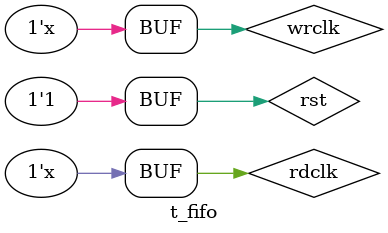
<source format=sv>

`timescale 1ns/1ns
module t_fifo();

wire [9:0] rdlevel;
wire       rden;
reg        rdclk = 1;
reg        rst = 1;
reg        wrclk = 1;
reg        wr;
wire [31:0]wd;
reg  [31:0]cnt = 0;

initial #1000 rst = ~rst;
always  #2 wrclk = ~wrclk;
always  #3 rdclk = ~rdclk;

always @(posedge wrclk)
begin
   wr <= &cnt[2:0];
   if(!rst)
      cnt <= cnt + 1;
end

assign wd = cnt;

assign rden = |rdlevel;

fifo
#(
   .DWID   ( 32 ),
   .AWID   ( 10 ),
   .SYNC   ( "false" )
)
u_fifo
(
   .RST    ( rst ),
   .WRCLK  ( wrclk ),
   .WRENA  ( wr ),
   .WRDAT  ( wd ),
   .WRLEV  ( ),

   .RDCLK  ( rdclk),
   .RDENA  ( rden ),
   .RDDAT  ( ),
   .RDLEV  ( rdlevel )
);

endmodule

</source>
